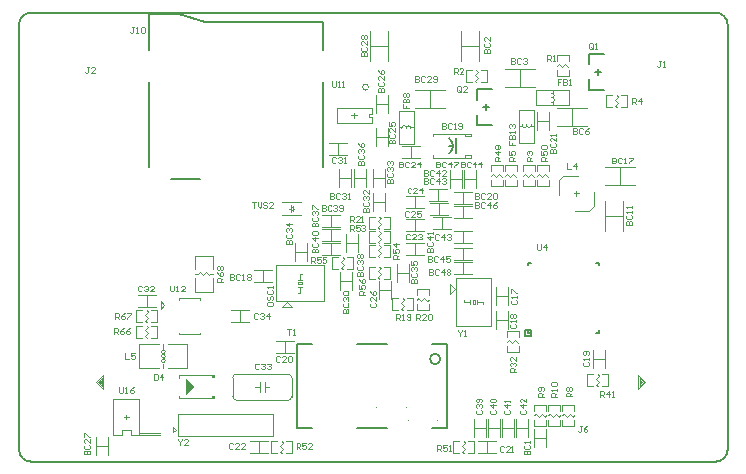
<source format=gto>
G04*
G04 #@! TF.GenerationSoftware,Altium Limited,Altium Designer,20.0.2 (26)*
G04*
G04 Layer_Color=65535*
%FSLAX44Y44*%
%MOMM*%
G71*
G01*
G75*
%ADD10C,0.1250*%
%ADD11C,0.2000*%
%ADD12C,0.1200*%
%ADD13C,0.1270*%
%ADD14C,0.1524*%
%ADD15C,0.2032*%
%ADD16C,0.1000*%
%ADD17C,0.0254*%
G36*
X-158250Y-133654D02*
X-151313Y-126717D01*
X-158250Y-119779D01*
Y-133654D01*
D02*
G37*
D10*
X126191Y95272D02*
G03*
X130000Y95269I1904J-637D01*
G01*
X130001Y95272D02*
G03*
X133810Y95269I1904J-637D01*
G01*
X-176204Y-97190D02*
G03*
X-176204Y-97190I-1796J0D01*
G01*
Y-101000D02*
G03*
X-176204Y-101000I-1796J0D01*
G01*
Y-104810D02*
G03*
X-176204Y-104810I-1796J0D01*
G01*
X31809Y91728D02*
G03*
X28000Y91731I-1904J637D01*
G01*
X27999Y91728D02*
G03*
X24190Y91731I-1904J637D01*
G01*
X150728Y118001D02*
G03*
X150731Y121810I637J1904D01*
G01*
X150728Y114191D02*
G03*
X150731Y118000I637J1904D01*
G01*
X-4000Y127000D02*
G03*
X-4000Y127000I-2500J0D01*
G01*
X146350Y-170000D02*
Y-162380D01*
X136190Y-170000D02*
X146350D01*
X136190D02*
Y-162380D01*
X146350Y-177620D02*
Y-170000D01*
X136190D02*
X146350D01*
X136190Y-177620D02*
Y-170000D01*
X188730Y-124810D02*
X190000Y-126080D01*
X188730Y-124810D02*
X191270Y-122270D01*
X188730Y-119730D02*
X191270Y-122270D01*
X188730Y-119730D02*
X191270Y-117190D01*
X190000Y-115920D02*
X191270Y-117190D01*
X193810Y-126080D02*
X198890D01*
Y-115920D01*
X193810D02*
X198890D01*
X181110Y-126080D02*
X186190D01*
X181110D02*
Y-115920D01*
X186190D01*
X76000Y-31080D02*
X83620D01*
X76000D02*
Y-20920D01*
X83620D01*
X68380Y-31080D02*
X76000D01*
Y-20920D01*
X68380D02*
X76000D01*
X-191750Y-74920D02*
X-190480Y-76190D01*
X-193020Y-78730D02*
X-190480Y-76190D01*
X-193020Y-78730D02*
X-190480Y-81270D01*
X-193020Y-83810D02*
X-190480Y-81270D01*
X-193020Y-83810D02*
X-191750Y-85080D01*
X-200640Y-74920D02*
X-195560D01*
X-200640Y-85080D02*
Y-74920D01*
Y-85080D02*
X-195560D01*
X-187940Y-74920D02*
X-182860D01*
Y-85080D02*
Y-74920D01*
X-187940Y-85080D02*
X-182860D01*
X-80Y42380D02*
Y50000D01*
X10080D01*
Y42380D02*
Y50000D01*
X-80D02*
Y57620D01*
Y50000D02*
X10080D01*
Y57620D01*
X19920Y-37620D02*
Y-30000D01*
X30080D01*
Y-37620D02*
Y-30000D01*
X19920D02*
Y-22380D01*
Y-30000D02*
X30080D01*
Y-22380D01*
X-55920Y-13000D02*
Y-5380D01*
X-66080Y-13000D02*
X-55920D01*
X-66080D02*
Y-5380D01*
X-55920Y-20620D02*
Y-13000D01*
X-66080D02*
X-55920D01*
X-66080Y-20620D02*
Y-13000D01*
X-28080Y-44620D02*
Y-37000D01*
X-17920D01*
Y-44620D02*
Y-37000D01*
X-28080D02*
Y-29380D01*
Y-37000D02*
X-17920D01*
Y-29380D01*
X-16080Y42380D02*
Y50000D01*
X-5920D01*
Y42380D02*
Y50000D01*
X-16080D02*
Y57620D01*
Y50000D02*
X-5920D01*
Y57620D01*
X-29080Y42380D02*
Y50000D01*
X-18920D01*
Y42380D02*
Y50000D01*
X-29080D02*
Y57620D01*
Y50000D02*
X-18920D01*
Y57620D01*
X10080Y30000D02*
Y37620D01*
X-80Y30000D02*
X10080D01*
X-80D02*
Y37620D01*
X10080Y22380D02*
Y30000D01*
X-80D02*
X10080D01*
X-80Y22380D02*
Y30000D01*
X-23080Y-12620D02*
Y-5000D01*
X-12920D01*
Y-12620D02*
Y-5000D01*
X-23080D02*
Y2620D01*
Y-5000D02*
X-12920D01*
Y2620D01*
X-43620Y19080D02*
X-36000D01*
Y8920D02*
Y19080D01*
X-43620Y8920D02*
X-36000D01*
Y19080D02*
X-28380D01*
X-36000Y8920D02*
Y19080D01*
Y8920D02*
X-28380D01*
X-43620Y-4920D02*
X-36000D01*
Y-15080D02*
Y-4920D01*
X-43620Y-15080D02*
X-36000D01*
Y-4920D02*
X-28380D01*
X-36000Y-15080D02*
Y-4920D01*
Y-15080D02*
X-28380D01*
X-43620Y7080D02*
X-36000D01*
Y-3080D02*
Y7080D01*
X-43620Y-3080D02*
X-36000D01*
Y7080D02*
X-28380D01*
X-36000Y-3080D02*
Y7080D01*
Y-3080D02*
X-28380D01*
X47380Y41080D02*
X55000D01*
Y30920D02*
Y41080D01*
X47380Y30920D02*
X55000D01*
Y41080D02*
X62620D01*
X55000Y30920D02*
Y41080D01*
Y30920D02*
X62620D01*
X76000Y15920D02*
X83620D01*
X76000D02*
Y26080D01*
X83620D01*
X68380Y15920D02*
X76000D01*
Y26080D01*
X68380D02*
X76000D01*
X76920Y41380D02*
Y49000D01*
X87080D01*
Y41380D02*
Y49000D01*
X76920D02*
Y56620D01*
Y49000D02*
X87080D01*
Y56620D01*
X50380Y17080D02*
X58000D01*
Y6920D02*
Y17080D01*
X50380Y6920D02*
X58000D01*
Y17080D02*
X65620D01*
X58000Y6920D02*
Y17080D01*
Y6920D02*
X65620D01*
X47755Y29080D02*
X55375D01*
Y18920D02*
Y29080D01*
X47755Y18920D02*
X55375D01*
Y29080D02*
X62995D01*
X55375Y18920D02*
Y29080D01*
Y18920D02*
X62995D01*
X64920Y41380D02*
Y49000D01*
X75080D01*
Y41380D02*
Y49000D01*
X64920D02*
Y56620D01*
Y49000D02*
X75080D01*
Y56620D01*
X136350Y80030D02*
Y104160D01*
X123650Y80030D02*
X136350D01*
X123650D02*
Y107970D01*
X136350D01*
Y104160D02*
Y107970D01*
X124000Y94000D02*
X126190D01*
X133810D02*
X136000D01*
X76000Y-19080D02*
X83620D01*
X76000D02*
Y-8920D01*
X83620D01*
X68380Y-19080D02*
X76000D01*
Y-8920D01*
X68380D02*
X76000D01*
X4420Y-52350D02*
Y-44730D01*
X14580D01*
Y-52350D02*
Y-44730D01*
X4420D02*
Y-37110D01*
Y-44730D02*
X14580D01*
Y-37110D01*
X-3890Y-24920D02*
X1190D01*
X-3890Y-35080D02*
Y-24920D01*
Y-35080D02*
X1190D01*
X8810Y-24920D02*
X13890D01*
Y-35080D02*
Y-24920D01*
X8810Y-35080D02*
X13890D01*
X5000Y-24920D02*
X6270Y-26190D01*
X3730Y-28730D02*
X6270Y-26190D01*
X3730Y-28730D02*
X6270Y-31270D01*
X3730Y-33810D02*
X6270Y-31270D01*
X3730Y-33810D02*
X5000Y-35080D01*
X-93000Y-38080D02*
X-85380D01*
X-93000D02*
Y-27920D01*
X-85380D01*
X-100620Y-38080D02*
X-93000D01*
Y-27920D01*
X-100620D02*
X-93000D01*
X28810Y-62080D02*
X33890D01*
Y-51920D01*
X28810D02*
X33890D01*
X16110Y-62080D02*
X21190D01*
X16110D02*
Y-51920D01*
X21190D01*
X23730Y-60810D02*
X25000Y-62080D01*
X23730Y-60810D02*
X26270Y-58270D01*
X23730Y-55730D02*
X26270Y-58270D01*
X23730Y-55730D02*
X26270Y-53190D01*
X25000Y-51920D02*
X26270Y-53190D01*
X36920Y-61890D02*
Y-56810D01*
Y-61890D02*
X47080D01*
Y-56810D01*
X36920Y-49190D02*
Y-44110D01*
X47080D01*
Y-49190D02*
Y-44110D01*
X36920Y-53000D02*
X38190Y-51730D01*
X40730Y-54270D01*
X43270Y-51730D01*
X45810Y-54270D01*
X47080Y-53000D01*
X76000Y-5080D02*
X83620D01*
X76000D02*
Y5080D01*
X83620D01*
X68380Y-5080D02*
X76000D01*
Y5080D01*
X68380D02*
X76000D01*
X8810Y6920D02*
X13890D01*
Y17080D01*
X8810D02*
X13890D01*
X-3890Y6920D02*
X1190D01*
X-3890D02*
Y17080D01*
X1190D01*
X3730Y8190D02*
X5000Y6920D01*
X3730Y8190D02*
X6270Y10730D01*
X3730Y13270D02*
X6270Y10730D01*
X3730Y13270D02*
X6270Y15810D01*
X5000Y17080D02*
X6270Y15810D01*
X131160Y-162000D02*
Y-154380D01*
X121000Y-162000D02*
X131160D01*
X121000D02*
Y-154380D01*
X131160Y-169620D02*
Y-162000D01*
X121000D02*
X131160D01*
X121000Y-169620D02*
Y-162000D01*
X119160D02*
Y-154380D01*
X109000Y-162000D02*
X119160D01*
X109000D02*
Y-154380D01*
X119160Y-169620D02*
Y-162000D01*
X109000D02*
X119160D01*
X109000Y-169620D02*
Y-162000D01*
X107160D02*
Y-154380D01*
X97000Y-162000D02*
X107160D01*
X97000D02*
Y-154380D01*
X107160Y-169620D02*
Y-162000D01*
X97000D02*
X107160D01*
X97000Y-169620D02*
Y-162000D01*
X95160D02*
Y-154380D01*
X85000Y-162000D02*
X95160D01*
X85000D02*
Y-154380D01*
X95160Y-169620D02*
Y-162000D01*
X85000D02*
X95160D01*
X85000Y-169620D02*
Y-162000D01*
X-165000Y-150000D02*
X-85000D01*
Y-168000D02*
Y-150000D01*
X-165000Y-168000D02*
X-85000D01*
X-165000D02*
Y-150000D01*
X-170000Y-161000D02*
X-167000Y-163000D01*
X-170000Y-165000D02*
Y-161000D01*
Y-165000D02*
X-167000Y-163000D01*
X68380Y38080D02*
X76000D01*
Y27920D02*
Y38080D01*
X68380Y27920D02*
X76000D01*
Y38080D02*
X83620D01*
X76000Y27920D02*
Y38080D01*
Y27920D02*
X83620D01*
X5000Y5080D02*
X6270Y3810D01*
X3730Y1270D02*
X6270Y3810D01*
X3730Y1270D02*
X6270Y-1270D01*
X3730Y-3810D02*
X6270Y-1270D01*
X3730Y-3810D02*
X5000Y-5080D01*
X-3890Y5080D02*
X1190D01*
X-3890Y-5080D02*
Y5080D01*
Y-5080D02*
X1190D01*
X8810Y5080D02*
X13890D01*
Y-5080D02*
Y5080D01*
X8810Y-5080D02*
X13890D01*
X5000Y-6920D02*
X6270Y-8190D01*
X3730Y-10730D02*
X6270Y-8190D01*
X3730Y-10730D02*
X6270Y-13270D01*
X3730Y-15810D02*
X6270Y-13270D01*
X3730Y-15810D02*
X5000Y-17080D01*
X-3890Y-6920D02*
X1190D01*
X-3890Y-17080D02*
Y-6920D01*
Y-17080D02*
X1190D01*
X8810Y-6920D02*
X13890D01*
Y-17080D02*
Y-6920D01*
X8810Y-17080D02*
X13890D01*
X-22190Y-27080D02*
X-17110D01*
Y-16920D01*
X-22190D02*
X-17110D01*
X-34890Y-27080D02*
X-29810D01*
X-34890D02*
Y-16920D01*
X-29810D01*
X-27270Y-25810D02*
X-26000Y-27080D01*
X-27270Y-25810D02*
X-24730Y-23270D01*
X-27270Y-20730D02*
X-24730Y-23270D01*
X-27270Y-20730D02*
X-24730Y-18190D01*
X-26000Y-16920D02*
X-24730Y-18190D01*
X35000Y4920D02*
X42620D01*
X35000D02*
Y15080D01*
X42620D01*
X27380Y4920D02*
X35000D01*
Y15080D01*
X27380D02*
X35000D01*
Y24920D02*
X42620D01*
X35000D02*
Y35080D01*
X42620D01*
X27380Y24920D02*
X35000D01*
Y35080D01*
X27380D02*
X35000D01*
X12080Y85000D02*
Y92620D01*
X1920Y85000D02*
X12080D01*
X1920D02*
Y92620D01*
X12080Y77380D02*
Y85000D01*
X1920D02*
X12080D01*
X1920Y77380D02*
Y85000D01*
X-199523Y-48786D02*
X-191903D01*
Y-58946D02*
Y-48786D01*
X-199523Y-58946D02*
X-191903D01*
Y-48786D02*
X-184283D01*
X-191903Y-58946D02*
Y-48786D01*
Y-58946D02*
X-184283D01*
X-120620Y-61920D02*
X-113000D01*
Y-72080D02*
Y-61920D01*
X-120620Y-72080D02*
X-113000D01*
Y-61920D02*
X-105380D01*
X-113000Y-72080D02*
Y-61920D01*
Y-72080D02*
X-105380D01*
X-174190Y-90840D02*
X-157680D01*
Y-111160D02*
Y-90840D01*
X-174190Y-111160D02*
X-157680D01*
X-198320D02*
X-181810D01*
X-198320D02*
Y-90840D01*
X-181810D01*
X-178000Y-111160D02*
Y-107350D01*
Y-94650D02*
Y-90840D01*
X-200640Y-61920D02*
X-195560D01*
X-200640Y-72080D02*
Y-61920D01*
Y-72080D02*
X-195560D01*
X-187940Y-61920D02*
X-182860D01*
Y-72080D02*
Y-61920D01*
X-187940Y-72080D02*
X-182860D01*
X-191750Y-61920D02*
X-190480Y-63190D01*
X-193020Y-65730D02*
X-190480Y-63190D01*
X-193020Y-65730D02*
X-190480Y-68270D01*
X-193020Y-70810D02*
X-190480Y-68270D01*
X-193020Y-70810D02*
X-191750Y-72080D01*
X-164890Y-53030D02*
Y-51760D01*
X-147110D01*
Y-53030D02*
Y-51760D01*
X-164890Y-82240D02*
Y-80970D01*
Y-82240D02*
X-147110D01*
Y-80970D01*
X-180000Y-60500D02*
X-177000Y-57500D01*
X-180000Y-60500D02*
Y-54500D01*
X-177000Y-57500D01*
X211430Y5570D02*
Y30970D01*
X196190Y5570D02*
Y30970D01*
Y18270D02*
X211430D01*
X155300Y94380D02*
X180700D01*
X155300Y109620D02*
X180700D01*
X168000Y94380D02*
Y109620D01*
X196300Y43746D02*
X221700D01*
X196300Y58986D02*
X221700D01*
X209000Y43746D02*
Y58986D01*
X-75000Y-98080D02*
X-67380D01*
X-75000D02*
Y-87920D01*
X-67380D01*
X-82620Y-98080D02*
X-75000D01*
Y-87920D01*
X-82620D02*
X-75000D01*
X89350Y148800D02*
Y174200D01*
X74110Y148800D02*
Y174200D01*
Y161500D02*
X89350D01*
X149080Y98000D02*
Y105620D01*
X138920Y98000D02*
X149080D01*
X138920D02*
Y105620D01*
X149080Y90380D02*
Y98000D01*
X138920D02*
X149080D01*
X138920Y90380D02*
Y98000D01*
X35000Y-15080D02*
X42620D01*
X35000D02*
Y-4920D01*
X42620D01*
X27380Y-15080D02*
X35000D01*
Y-4920D01*
X27380D02*
X35000D01*
X75183Y-181810D02*
X76453Y-183080D01*
X75183Y-181810D02*
X77723Y-179270D01*
X75183Y-176730D02*
X77723Y-179270D01*
X75183Y-176730D02*
X77723Y-174190D01*
X76453Y-172920D02*
X77723Y-174190D01*
X80263Y-183080D02*
X85343D01*
Y-172920D01*
X80263D02*
X85343D01*
X67563Y-183080D02*
X72643D01*
X67563D02*
Y-172920D01*
X72643D01*
X88380D02*
X96000D01*
Y-183080D02*
Y-172920D01*
X88380Y-183080D02*
X96000D01*
Y-172920D02*
X103620D01*
X96000Y-183080D02*
Y-172920D01*
Y-183080D02*
X103620D01*
X-77553Y-172920D02*
X-76283Y-174190D01*
X-78823Y-176730D02*
X-76283Y-174190D01*
X-78823Y-176730D02*
X-76283Y-179270D01*
X-78823Y-181810D02*
X-76283Y-179270D01*
X-78823Y-181810D02*
X-77553Y-183080D01*
X-86443Y-172920D02*
X-81363D01*
X-86443Y-183080D02*
Y-172920D01*
Y-183080D02*
X-81363D01*
X-73743Y-172920D02*
X-68663D01*
Y-183080D02*
Y-172920D01*
X-73743Y-183080D02*
X-68663D01*
X-97000D02*
X-89380D01*
X-97000D02*
Y-172920D01*
X-89380D01*
X-104620Y-183080D02*
X-97000D01*
Y-172920D01*
X-104620D02*
X-97000D01*
X149080Y55810D02*
Y60890D01*
X138920D02*
X149080D01*
X138920Y55810D02*
Y60890D01*
X149080Y43110D02*
Y48190D01*
X138920Y43110D02*
X149080D01*
X138920D02*
Y48190D01*
X147810Y50730D02*
X149080Y52000D01*
X145270Y53270D02*
X147810Y50730D01*
X142730D02*
X145270Y53270D01*
X140190D02*
X142730Y50730D01*
X138920Y52000D02*
X140190Y53270D01*
X99920Y43110D02*
Y48190D01*
Y43110D02*
X110080D01*
Y48190D01*
X99920Y55810D02*
Y60890D01*
X110080D01*
Y55810D02*
Y60890D01*
X99920Y52000D02*
X101190Y53270D01*
X103730Y50730D01*
X106270Y53270D01*
X108810Y50730D01*
X110080Y52000D01*
X123436Y-84684D02*
Y-79604D01*
X113276D02*
X123436D01*
X113276Y-84684D02*
Y-79604D01*
X123436Y-97384D02*
Y-92304D01*
X113276Y-97384D02*
X123436D01*
X113276D02*
Y-92304D01*
X122166Y-89764D02*
X123436Y-88494D01*
X119626Y-87224D02*
X122166Y-89764D01*
X117086D02*
X119626Y-87224D01*
X114546D02*
X117086Y-89764D01*
X113276Y-88494D02*
X114546Y-87224D01*
X111920Y43110D02*
Y48190D01*
Y43110D02*
X122080D01*
Y48190D01*
X111920Y55810D02*
Y60890D01*
X122080D01*
Y55810D02*
Y60890D01*
X111920Y52000D02*
X113190Y53270D01*
X115730Y50730D01*
X118270Y53270D01*
X120810Y50730D01*
X122080Y52000D01*
X126920Y43110D02*
Y48190D01*
Y43110D02*
X137080D01*
Y48190D01*
X126920Y55810D02*
Y60890D01*
X137080D01*
Y55810D02*
Y60890D01*
X126920Y52000D02*
X128190Y53270D01*
X130730Y50730D01*
X133270Y53270D01*
X135810Y50730D01*
X137080Y52000D01*
X114080Y-70000D02*
Y-62380D01*
X103920Y-70000D02*
X114080D01*
X103920D02*
Y-62380D01*
X114080Y-77620D02*
Y-70000D01*
X103920D02*
X114080D01*
X103920Y-77620D02*
Y-70000D01*
Y-57620D02*
Y-50000D01*
X114080D01*
Y-57620D02*
Y-50000D01*
X103920D02*
Y-42380D01*
Y-50000D02*
X114080D01*
Y-42380D01*
X-235080Y-184620D02*
Y-177000D01*
X-224920D01*
Y-184620D02*
Y-177000D01*
X-235080D02*
Y-169380D01*
Y-177000D02*
X-224920D01*
Y-169380D01*
X-68000Y24000D02*
X-67000D01*
X-71000Y24033D02*
X-70000D01*
Y21000D02*
Y27000D01*
X-77000Y18500D02*
X-61000D01*
X-77000Y29500D02*
X-61000D01*
X-70270Y24000D02*
X-68000Y21730D01*
X-70270Y24000D02*
X-68000Y26270D01*
Y21730D02*
Y26270D01*
X196508Y-102920D02*
Y-95300D01*
X186348Y-102920D02*
X196508D01*
X186348D02*
Y-95300D01*
X196508Y-110540D02*
Y-102920D01*
X186348D02*
X196508D01*
X186348Y-110540D02*
Y-102920D01*
X206000Y120080D02*
X207270Y118810D01*
X204730Y116270D02*
X207270Y118810D01*
X204730Y116270D02*
X207270Y113730D01*
X204730Y111190D02*
X207270Y113730D01*
X204730Y111190D02*
X206000Y109920D01*
X197110Y120080D02*
X202190D01*
X197110Y109920D02*
Y120080D01*
Y109920D02*
X202190D01*
X209810Y120080D02*
X214890D01*
Y109920D02*
Y120080D01*
X209810Y109920D02*
X214890D01*
X21650Y82840D02*
Y106970D01*
X34350D01*
Y79030D02*
Y106970D01*
X21650Y79030D02*
X34350D01*
X21650D02*
Y82840D01*
X31810Y93000D02*
X34000D01*
X22000D02*
X24190D01*
X160190Y-159620D02*
Y-154540D01*
Y-159620D02*
X170350D01*
Y-154540D01*
X160190Y-146920D02*
Y-141840D01*
X170350D01*
Y-146920D02*
Y-141840D01*
X160190Y-150730D02*
X161460Y-149460D01*
X164000Y-152000D01*
X166540Y-149460D01*
X169080Y-152000D01*
X170350Y-150730D01*
X148190Y-159620D02*
Y-154540D01*
Y-159620D02*
X158350D01*
Y-154540D01*
X148190Y-146920D02*
Y-141840D01*
X158350D01*
Y-146920D02*
Y-141840D01*
X148190Y-150730D02*
X149460Y-149460D01*
X152000Y-152000D01*
X154540Y-149460D01*
X157080Y-152000D01*
X158350Y-150730D01*
X136190Y-159620D02*
Y-154540D01*
Y-159620D02*
X146350D01*
Y-154540D01*
X136190Y-146920D02*
Y-141840D01*
X146350D01*
Y-146920D02*
Y-141840D01*
X136190Y-150730D02*
X137460Y-149460D01*
X140000Y-152000D01*
X142540Y-149460D01*
X145080Y-152000D01*
X146350Y-150730D01*
X32000Y66920D02*
X39620D01*
X32000D02*
Y77080D01*
X39620D01*
X24380Y66920D02*
X32000D01*
Y77080D01*
X24380D02*
X32000D01*
X12080Y113000D02*
Y120620D01*
X1920Y113000D02*
X12080D01*
X1920D02*
Y120620D01*
X12080Y105380D02*
Y113000D01*
X1920D02*
X12080D01*
X1920Y105380D02*
Y113000D01*
X90810Y130920D02*
X95890D01*
Y141080D01*
X90810D02*
X95890D01*
X78110Y130920D02*
X83190D01*
X78110D02*
Y141080D01*
X83190D01*
X85730Y132190D02*
X87000Y130920D01*
X85730Y132190D02*
X88270Y134730D01*
X85730Y137270D02*
X88270Y134730D01*
X85730Y137270D02*
X88270Y139810D01*
X87000Y141080D02*
X88270Y139810D01*
X166080Y148810D02*
Y153890D01*
X155920D02*
X166080D01*
X155920Y148810D02*
Y153890D01*
X166080Y136110D02*
Y141190D01*
X155920Y136110D02*
X166080D01*
X155920D02*
Y141190D01*
X164810Y143730D02*
X166080Y145000D01*
X162270Y146270D02*
X164810Y143730D01*
X159730D02*
X162270Y146270D01*
X157190D02*
X159730Y143730D01*
X155920Y145000D02*
X157190Y146270D01*
X35300Y124620D02*
X60700D01*
X35300Y109380D02*
X60700D01*
X48000D02*
Y124620D01*
X82962Y85271D02*
Y87270D01*
X50963D02*
X82962D01*
X50963Y85271D02*
Y87270D01*
Y67270D02*
Y69269D01*
Y67270D02*
X82962D01*
Y69269D01*
X77963Y85271D02*
X82962D01*
X77963D02*
Y87270D01*
X82962D01*
Y85271D02*
Y87270D01*
X77963Y67270D02*
X82962D01*
X77963D02*
Y69269D01*
X82962D01*
Y67270D02*
Y69269D01*
X124000Y127380D02*
Y142620D01*
X111300D02*
X136700D01*
X111300Y127380D02*
X136700D01*
X-136750Y-118717D02*
X-134500D01*
X-136750Y-134717D02*
X-134500D01*
X-135500Y-136217D02*
Y-134717D01*
X-135500Y-118717D02*
X-135500Y-116967D01*
X-164500Y-136467D02*
X-134500D01*
X-164500Y-116967D02*
X-134500D01*
Y-118717D02*
Y-116967D01*
Y-136467D02*
Y-134717D01*
X-136750Y-118717D02*
X-136750Y-116967D01*
Y-136217D02*
Y-134717D01*
X-164500Y-118967D02*
Y-116967D01*
Y-136467D02*
Y-134467D01*
X12620Y148800D02*
Y174200D01*
X-2620Y148800D02*
Y174200D01*
Y161500D02*
X12620D01*
X-135380Y-27190D02*
Y-15760D01*
X-150620D02*
X-135380D01*
X-150620Y-27190D02*
Y-15760D01*
X-135380Y-46240D02*
Y-34810D01*
X-150620Y-46240D02*
X-135380D01*
X-150620D02*
Y-34810D01*
X-137920Y-31000D02*
X-135380D01*
X-139190Y-32270D02*
X-137920Y-31000D01*
X-141730Y-29730D02*
X-139190Y-32270D01*
X-144270D02*
X-141730Y-29730D01*
X-146810D02*
X-144270Y-32270D01*
X-148080Y-31000D02*
X-146810Y-29730D01*
X-150620Y-31000D02*
X-148080D01*
X152000Y121810D02*
Y124000D01*
Y112000D02*
Y114190D01*
X138030Y124350D02*
X141840D01*
X138030Y111650D02*
Y124350D01*
Y111650D02*
X165970D01*
Y124350D01*
X141840D02*
X165970D01*
X-1500Y104250D02*
Y109000D01*
X-3313Y104250D02*
X-1500D01*
X-3313Y101750D02*
Y104250D01*
Y101750D02*
X-1500D01*
Y97000D02*
Y101750D01*
X-30500Y97000D02*
X-1500D01*
X-30500D02*
Y109000D01*
X-1500D01*
X-18500Y103000D02*
X-13500D01*
X-16000Y100500D02*
Y105500D01*
X-30000Y69920D02*
X-22380D01*
X-30000D02*
Y80080D01*
X-22380D01*
X-37620Y69920D02*
X-30000D01*
Y80080D01*
X-37620D02*
X-30000D01*
D11*
X289941Y-190000D02*
G03*
X299941Y-180000I0J10000D01*
G01*
Y180000D02*
G03*
X289941Y190000I-10000J0D01*
G01*
X-300000Y-180000D02*
G03*
X-290000Y-190000I10000J0D01*
G01*
Y190000D02*
G03*
X-300000Y180000I0J-10000D01*
G01*
Y-180000D02*
Y180000D01*
X-290000Y-190000D02*
X289941Y-190000D01*
X300000Y-180000D02*
Y180000D01*
X-290000Y190000D02*
X289941Y190000D01*
X128428Y-78994D02*
X133178D01*
Y-83744D02*
Y-78994D01*
X130678Y-81495D02*
X133178D01*
X188178D02*
X190678D01*
Y-78994D01*
Y-23995D02*
Y-21495D01*
X188178D02*
X190678D01*
X130678Y-23995D02*
Y-21495D01*
X133178D01*
X130678Y-81495D02*
Y-78994D01*
X128428Y-83744D02*
Y-78994D01*
Y-83744D02*
X133178D01*
X-290000Y190000D02*
G03*
X-300000Y180000I0J-10000D01*
G01*
Y-180000D02*
G03*
X-290000Y-190000I10000J0D01*
G01*
X299941Y180000D02*
G03*
X289941Y190000I-10000J0D01*
G01*
Y-190000D02*
G03*
X299941Y-180000I0J10000D01*
G01*
X-290000Y190000D02*
X289941Y190000D01*
X-290000Y-190000D02*
X289941Y-190000D01*
X-300000Y-180000D02*
Y180000D01*
X300000Y-180000D02*
Y180000D01*
D12*
X-119000Y-135000D02*
G03*
X-116000Y-138000I3000J0D01*
G01*
X-72000D02*
G03*
X-69000Y-135000I0J3000D01*
G01*
Y-119000D02*
G03*
X-72000Y-116000I-3000J0D01*
G01*
X-116000D02*
G03*
X-119000Y-119000I0J-3000D01*
G01*
X-82000Y-24000D02*
X-42000D01*
Y-54000D02*
Y-24000D01*
X-82000Y-54000D02*
X-42000D01*
X-82000D02*
Y-24000D01*
X-64000Y-42000D02*
X-60000D01*
X-64000Y-40000D02*
X-60000D01*
Y-38000D01*
X-64000D02*
X-60000D01*
X-64000Y-40000D02*
Y-38000D01*
Y-36000D02*
X-60000D01*
X-77000Y-59000D02*
X-73000Y-55000D01*
X-77000Y-59000D02*
X-69000D01*
X-73000Y-55000D02*
X-69000Y-59000D01*
X-62000Y-47000D02*
Y-42000D01*
X-64000Y-47000D02*
X-62000D01*
Y-36000D02*
Y-31000D01*
X-60000D01*
X-82000Y-24000D02*
X-42000D01*
Y-54000D02*
Y-24000D01*
X-82000Y-54000D02*
X-42000D01*
X-82000D02*
Y-24000D01*
X-198250Y-166250D02*
X-180250D01*
X-198250Y-167250D02*
X-180250D01*
X-220000D02*
Y-137250D01*
X-198250D01*
Y-167250D02*
Y-137250D01*
X-205000Y-167250D02*
X-198250D01*
X-205000D02*
Y-163250D01*
X-213000D02*
X-205000D01*
X-213000Y-167250D02*
Y-163250D01*
X-220000Y-167250D02*
X-213000D01*
X-211000Y-152250D02*
X-207000D01*
X-209000Y-154250D02*
Y-150250D01*
X-100000Y-127000D02*
X-96000D01*
X-92000D02*
X-88000D01*
X-92000Y-131000D02*
Y-123000D01*
X-96000Y-131000D02*
Y-123000D01*
X-119000Y-135000D02*
Y-119000D01*
X-116000Y-138000D02*
X-72000D01*
X-69000Y-135000D02*
Y-119000D01*
X-116000Y-116000D02*
X-72000D01*
X187000Y38000D02*
X187000Y26750D01*
X182250Y22000D02*
X187000Y26750D01*
X170750Y22000D02*
X182250Y22000D01*
X172000Y35000D02*
Y39000D01*
X170000Y37000D02*
X174000D01*
X157000Y36000D02*
Y48000D01*
X161000Y52000D02*
X173000D01*
X157000Y48000D02*
X161000Y52000D01*
X100000Y-75000D02*
Y-35000D01*
X70000Y-75000D02*
X100000D01*
X70000D02*
Y-35000D01*
X100000D01*
X82000Y-57000D02*
Y-53000D01*
X84000Y-57000D02*
Y-53000D01*
Y-57000D02*
X86000D01*
Y-53000D01*
X84000D02*
X86000D01*
X88000Y-57000D02*
Y-53000D01*
X65000Y-40000D02*
X69000Y-44000D01*
X65000Y-48000D02*
Y-40000D01*
Y-48000D02*
X69000Y-44000D01*
X77000Y-55000D02*
X82000D01*
X77000D02*
Y-53000D01*
X88000Y-55000D02*
X93000D01*
Y-57000D02*
Y-55000D01*
X100000Y-75000D02*
Y-35000D01*
X70000Y-75000D02*
X100000D01*
X70000D02*
Y-35000D01*
X100000D01*
X225450Y-126250D02*
Y-119250D01*
X224450Y-128750D02*
Y-116750D01*
X226450Y-123750D02*
Y-121750D01*
X227450Y-122750D01*
X226450Y-123750D02*
X227450Y-122750D01*
X225450Y-119250D02*
X228950Y-122750D01*
X225450Y-126250D02*
X228950Y-122750D01*
X224450Y-116750D02*
X230450Y-122750D01*
X224450Y-128750D02*
X230450Y-122750D01*
X-234950Y-122500D02*
X-228950Y-116500D01*
Y-128500D02*
Y-116500D01*
X-234950Y-122500D02*
X-228950Y-128500D01*
X-233450Y-122500D02*
X-229950Y-119000D01*
Y-126000D02*
Y-119000D01*
X-233450Y-122500D02*
X-229950Y-126000D01*
X-231950Y-122500D02*
X-230950Y-121500D01*
Y-123500D02*
Y-121500D01*
X-231950Y-122500D02*
X-230950Y-123500D01*
D13*
X56726Y-103140D02*
G03*
X56726Y-103140I-4387J0D01*
G01*
X-42629Y59448D02*
Y131448D01*
Y158448D02*
Y182188D01*
X-142629D02*
X-42629D01*
X-164629Y189188D02*
X-142629Y182188D01*
X-189629Y189188D02*
X-164629D01*
X-189629Y158448D02*
Y189188D01*
Y59448D02*
Y131448D01*
X-171353Y48951D02*
X-146883D01*
X-171353D02*
Y49471D01*
X-146883D01*
Y48951D02*
Y49471D01*
D14*
X64256Y70762D02*
G03*
X64137Y83665I-4789J6408D01*
G01*
X64212Y77170D02*
X66830D01*
X69624Y70820D02*
Y83520D01*
D15*
X95076Y107447D02*
Y112451D01*
X87456Y94709D02*
Y103599D01*
Y116299D02*
Y125189D01*
X92574Y109949D02*
X97578D01*
X87456Y94709D02*
X100156D01*
X87456Y125189D02*
X100156D01*
X190076Y137447D02*
Y142451D01*
X182456Y124709D02*
Y133599D01*
Y146299D02*
Y155189D01*
X187574Y139949D02*
X192578D01*
X182456Y124709D02*
X195156D01*
X182456Y155189D02*
X195156D01*
X62500Y-161550D02*
Y-90450D01*
X-13700Y-90440D02*
X11700D01*
X-64500Y-161550D02*
Y-90450D01*
X-13700Y-161560D02*
X11700D01*
X49800D02*
X62500Y-161550D01*
X-64500D02*
X-51800Y-161560D01*
X49800Y-90440D02*
X62500Y-90450D01*
X-64500D02*
X-51800Y-90440D01*
D16*
X115002Y81332D02*
Y78000D01*
X117501D01*
Y79666D01*
Y78000D01*
X120000D01*
X115002Y82998D02*
X120000D01*
Y85498D01*
X119167Y86331D01*
X118334D01*
X117501Y85498D01*
Y82998D01*
Y85498D01*
X116668Y86331D01*
X115835D01*
X115002Y85498D01*
Y82998D01*
X120000Y87997D02*
Y89663D01*
Y88830D01*
X115002D01*
X115835Y87997D01*
Y92162D02*
X115002Y92995D01*
Y94661D01*
X115835Y95494D01*
X116668D01*
X117501Y94661D01*
Y93828D01*
Y94661D01*
X118334Y95494D01*
X119167D01*
X120000Y94661D01*
Y92995D01*
X119167Y92162D01*
X55874Y1598D02*
X55041Y2431D01*
X53375D01*
X52542Y1598D01*
Y-1734D01*
X53375Y-2567D01*
X55041D01*
X55874Y-1734D01*
X60040Y-2567D02*
Y2431D01*
X57540Y-68D01*
X60873D01*
X62539Y1598D02*
X63372Y2431D01*
X65038D01*
X65871Y1598D01*
Y765D01*
X65038Y-68D01*
X64205D01*
X65038D01*
X65871Y-901D01*
Y-1734D01*
X65038Y-2567D01*
X63372D01*
X62539Y-1734D01*
X47000Y-27002D02*
Y-32000D01*
X49499D01*
X50332Y-31167D01*
Y-30334D01*
X49499Y-29501D01*
X47000D01*
X49499D01*
X50332Y-28668D01*
Y-27835D01*
X49499Y-27002D01*
X47000D01*
X55331Y-27835D02*
X54498Y-27002D01*
X52831D01*
X51998Y-27835D01*
Y-31167D01*
X52831Y-32000D01*
X54498D01*
X55331Y-31167D01*
X59496Y-32000D02*
Y-27002D01*
X56997Y-29501D01*
X60329D01*
X61995Y-27835D02*
X62828Y-27002D01*
X64494D01*
X65327Y-27835D01*
Y-28668D01*
X64494Y-29501D01*
X65327Y-30334D01*
Y-31167D01*
X64494Y-32000D01*
X62828D01*
X61995Y-31167D01*
Y-30334D01*
X62828Y-29501D01*
X61995Y-28668D01*
Y-27835D01*
X62828Y-29501D02*
X64494D01*
X53000Y63998D02*
Y59000D01*
X55499D01*
X56332Y59833D01*
Y60666D01*
X55499Y61499D01*
X53000D01*
X55499D01*
X56332Y62332D01*
Y63165D01*
X55499Y63998D01*
X53000D01*
X61331Y63165D02*
X60497Y63998D01*
X58831D01*
X57998Y63165D01*
Y59833D01*
X58831Y59000D01*
X60497D01*
X61331Y59833D01*
X65496Y59000D02*
Y63998D01*
X62997Y61499D01*
X66329D01*
X67995Y63998D02*
X71327D01*
Y63165D01*
X67995Y59833D01*
Y59000D01*
X86000Y29998D02*
Y25000D01*
X88499D01*
X89332Y25833D01*
Y26666D01*
X88499Y27499D01*
X86000D01*
X88499D01*
X89332Y28332D01*
Y29165D01*
X88499Y29998D01*
X86000D01*
X94331Y29165D02*
X93498Y29998D01*
X91831D01*
X90998Y29165D01*
Y25833D01*
X91831Y25000D01*
X93498D01*
X94331Y25833D01*
X98496Y25000D02*
Y29998D01*
X95997Y27499D01*
X99329D01*
X104327Y29998D02*
X102661Y29165D01*
X100995Y27499D01*
Y25833D01*
X101828Y25000D01*
X103494D01*
X104327Y25833D01*
Y26666D01*
X103494Y27499D01*
X100995D01*
X46270Y-16272D02*
Y-21270D01*
X48769D01*
X49602Y-20437D01*
Y-19604D01*
X48769Y-18771D01*
X46270D01*
X48769D01*
X49602Y-17938D01*
Y-17105D01*
X48769Y-16272D01*
X46270D01*
X54601Y-17105D02*
X53768Y-16272D01*
X52101D01*
X51268Y-17105D01*
Y-20437D01*
X52101Y-21270D01*
X53768D01*
X54601Y-20437D01*
X58766Y-21270D02*
Y-16272D01*
X56267Y-18771D01*
X59599D01*
X64597Y-16272D02*
X61265D01*
Y-18771D01*
X62931Y-17938D01*
X63764D01*
X64597Y-18771D01*
Y-20437D01*
X63764Y-21270D01*
X62098D01*
X61265Y-20437D01*
X74000Y63998D02*
Y59000D01*
X76499D01*
X77332Y59833D01*
Y60666D01*
X76499Y61499D01*
X74000D01*
X76499D01*
X77332Y62332D01*
Y63165D01*
X76499Y63998D01*
X74000D01*
X82331Y63165D02*
X81498Y63998D01*
X79831D01*
X78998Y63165D01*
Y59833D01*
X79831Y59000D01*
X81498D01*
X82331Y59833D01*
X86496Y59000D02*
Y63998D01*
X83997Y61499D01*
X87329D01*
X91494Y59000D02*
Y63998D01*
X88995Y61499D01*
X92327D01*
X43000Y49998D02*
Y45000D01*
X45499D01*
X46332Y45833D01*
Y46666D01*
X45499Y47499D01*
X43000D01*
X45499D01*
X46332Y48332D01*
Y49165D01*
X45499Y49998D01*
X43000D01*
X51331Y49165D02*
X50497Y49998D01*
X48831D01*
X47998Y49165D01*
Y45833D01*
X48831Y45000D01*
X50497D01*
X51331Y45833D01*
X55496Y45000D02*
Y49998D01*
X52997Y47499D01*
X56329D01*
X57995Y49165D02*
X58828Y49998D01*
X60494D01*
X61327Y49165D01*
Y48332D01*
X60494Y47499D01*
X59661D01*
X60494D01*
X61327Y46666D01*
Y45833D01*
X60494Y45000D01*
X58828D01*
X57995Y45833D01*
X43000Y56997D02*
Y51998D01*
X45499D01*
X46332Y52831D01*
Y53664D01*
X45499Y54498D01*
X43000D01*
X45499D01*
X46332Y55331D01*
Y56164D01*
X45499Y56997D01*
X43000D01*
X51331Y56164D02*
X50497Y56997D01*
X48831D01*
X47998Y56164D01*
Y52831D01*
X48831Y51998D01*
X50497D01*
X51331Y52831D01*
X55496Y51998D02*
Y56997D01*
X52997Y54498D01*
X56329D01*
X61327Y51998D02*
X57995D01*
X61327Y55331D01*
Y56164D01*
X60494Y56997D01*
X58828D01*
X57995Y56164D01*
X45369Y-12374D02*
X50367D01*
Y-9875D01*
X49534Y-9042D01*
X48701D01*
X47868Y-9875D01*
Y-12374D01*
Y-9875D01*
X47035Y-9042D01*
X46202D01*
X45369Y-9875D01*
Y-12374D01*
X46202Y-4044D02*
X45369Y-4877D01*
Y-6543D01*
X46202Y-7376D01*
X49534D01*
X50367Y-6543D01*
Y-4877D01*
X49534Y-4044D01*
X50367Y122D02*
X45369D01*
X47868Y-2377D01*
Y955D01*
X50367Y2621D02*
Y4287D01*
Y3454D01*
X45369D01*
X46202Y2621D01*
X-51998Y-13000D02*
X-47000D01*
Y-10501D01*
X-47833Y-9668D01*
X-48666D01*
X-49499Y-10501D01*
Y-13000D01*
Y-10501D01*
X-50332Y-9668D01*
X-51165D01*
X-51998Y-10501D01*
Y-13000D01*
X-51165Y-4669D02*
X-51998Y-5502D01*
Y-7169D01*
X-51165Y-8002D01*
X-47833D01*
X-47000Y-7169D01*
Y-5502D01*
X-47833Y-4669D01*
X-47000Y-504D02*
X-51998D01*
X-49499Y-3003D01*
Y329D01*
X-51165Y1995D02*
X-51998Y2828D01*
Y4494D01*
X-51165Y5327D01*
X-47833D01*
X-47000Y4494D01*
Y2828D01*
X-47833Y1995D01*
X-51165D01*
X-43730Y27157D02*
Y22158D01*
X-41231D01*
X-40398Y22991D01*
Y23824D01*
X-41231Y24657D01*
X-43730D01*
X-41231D01*
X-40398Y25490D01*
Y26323D01*
X-41231Y27157D01*
X-43730D01*
X-35399Y26323D02*
X-36233Y27157D01*
X-37899D01*
X-38732Y26323D01*
Y22991D01*
X-37899Y22158D01*
X-36233D01*
X-35399Y22991D01*
X-33733Y26323D02*
X-32900Y27157D01*
X-31234D01*
X-30401Y26323D01*
Y25490D01*
X-31234Y24657D01*
X-32067D01*
X-31234D01*
X-30401Y23824D01*
Y22991D01*
X-31234Y22158D01*
X-32900D01*
X-33733Y22991D01*
X-28735D02*
X-27902Y22158D01*
X-26236D01*
X-25403Y22991D01*
Y26323D01*
X-26236Y27157D01*
X-27902D01*
X-28735Y26323D01*
Y25490D01*
X-27902Y24657D01*
X-25403D01*
X-13998Y-33000D02*
X-9000D01*
Y-30501D01*
X-9833Y-29668D01*
X-10666D01*
X-11499Y-30501D01*
Y-33000D01*
Y-30501D01*
X-12332Y-29668D01*
X-13165D01*
X-13998Y-30501D01*
Y-33000D01*
X-13165Y-24669D02*
X-13998Y-25503D01*
Y-27169D01*
X-13165Y-28002D01*
X-9833D01*
X-9000Y-27169D01*
Y-25503D01*
X-9833Y-24669D01*
X-13165Y-23003D02*
X-13998Y-22170D01*
Y-20504D01*
X-13165Y-19671D01*
X-12332D01*
X-11499Y-20504D01*
Y-21337D01*
Y-20504D01*
X-10666Y-19671D01*
X-9833D01*
X-9000Y-20504D01*
Y-22170D01*
X-9833Y-23003D01*
X-13165Y-18005D02*
X-13998Y-17172D01*
Y-15506D01*
X-13165Y-14673D01*
X-12332D01*
X-11499Y-15506D01*
X-10666Y-14673D01*
X-9833D01*
X-9000Y-15506D01*
Y-17172D01*
X-9833Y-18005D01*
X-10666D01*
X-11499Y-17172D01*
X-12332Y-18005D01*
X-13165D01*
X-11499Y-17172D02*
Y-15506D01*
X-51998Y9000D02*
X-47000D01*
Y11499D01*
X-47833Y12332D01*
X-48666D01*
X-49499Y11499D01*
Y9000D01*
Y11499D01*
X-50332Y12332D01*
X-51165D01*
X-51998Y11499D01*
Y9000D01*
X-51165Y17331D02*
X-51998Y16498D01*
Y14831D01*
X-51165Y13998D01*
X-47833D01*
X-47000Y14831D01*
Y16498D01*
X-47833Y17331D01*
X-51165Y18997D02*
X-51998Y19830D01*
Y21496D01*
X-51165Y22329D01*
X-50332D01*
X-49499Y21496D01*
Y20663D01*
Y21496D01*
X-48666Y22329D01*
X-47833D01*
X-47000Y21496D01*
Y19830D01*
X-47833Y18997D01*
X-51998Y23995D02*
Y27327D01*
X-51165D01*
X-47833Y23995D01*
X-47000D01*
X-12998Y61000D02*
X-8000D01*
Y63499D01*
X-8833Y64332D01*
X-9666D01*
X-10499Y63499D01*
Y61000D01*
Y63499D01*
X-11332Y64332D01*
X-12165D01*
X-12998Y63499D01*
Y61000D01*
X-12165Y69331D02*
X-12998Y68498D01*
Y66831D01*
X-12165Y65998D01*
X-8833D01*
X-8000Y66831D01*
Y68498D01*
X-8833Y69331D01*
X-12165Y70997D02*
X-12998Y71830D01*
Y73496D01*
X-12165Y74329D01*
X-11332D01*
X-10499Y73496D01*
Y72663D01*
Y73496D01*
X-9666Y74329D01*
X-8833D01*
X-8000Y73496D01*
Y71830D01*
X-8833Y70997D01*
X-12998Y79327D02*
X-12165Y77661D01*
X-10499Y75995D01*
X-8833D01*
X-8000Y76828D01*
Y78494D01*
X-8833Y79327D01*
X-9666D01*
X-10499Y78494D01*
Y75995D01*
X32160Y-38730D02*
X37158D01*
Y-36231D01*
X36325Y-35398D01*
X35492D01*
X34659Y-36231D01*
Y-38730D01*
Y-36231D01*
X33826Y-35398D01*
X32993D01*
X32160Y-36231D01*
Y-38730D01*
X32993Y-30399D02*
X32160Y-31233D01*
Y-32899D01*
X32993Y-33732D01*
X36325D01*
X37158Y-32899D01*
Y-31233D01*
X36325Y-30399D01*
X32993Y-28733D02*
X32160Y-27900D01*
Y-26234D01*
X32993Y-25401D01*
X33826D01*
X34659Y-26234D01*
Y-27067D01*
Y-26234D01*
X35492Y-25401D01*
X36325D01*
X37158Y-26234D01*
Y-27900D01*
X36325Y-28733D01*
X32160Y-20403D02*
Y-23735D01*
X34659D01*
X33826Y-22069D01*
Y-21236D01*
X34659Y-20403D01*
X36325D01*
X37158Y-21236D01*
Y-22902D01*
X36325Y-23735D01*
X-73998Y-6000D02*
X-69000D01*
Y-3501D01*
X-69833Y-2668D01*
X-70666D01*
X-71499Y-3501D01*
Y-6000D01*
Y-3501D01*
X-72332Y-2668D01*
X-73165D01*
X-73998Y-3501D01*
Y-6000D01*
X-73165Y2331D02*
X-73998Y1498D01*
Y-169D01*
X-73165Y-1002D01*
X-69833D01*
X-69000Y-169D01*
Y1498D01*
X-69833Y2331D01*
X-73165Y3997D02*
X-73998Y4830D01*
Y6496D01*
X-73165Y7329D01*
X-72332D01*
X-71499Y6496D01*
Y5663D01*
Y6496D01*
X-70666Y7329D01*
X-69833D01*
X-69000Y6496D01*
Y4830D01*
X-69833Y3997D01*
X-69000Y11494D02*
X-73998D01*
X-71499Y8995D01*
Y12327D01*
X12002Y46000D02*
X17000D01*
Y48499D01*
X16167Y49332D01*
X15334D01*
X14501Y48499D01*
Y46000D01*
Y48499D01*
X13668Y49332D01*
X12835D01*
X12002Y48499D01*
Y46000D01*
X12835Y54331D02*
X12002Y53498D01*
Y51831D01*
X12835Y50998D01*
X16167D01*
X17000Y51831D01*
Y53498D01*
X16167Y54331D01*
X12835Y55997D02*
X12002Y56830D01*
Y58496D01*
X12835Y59329D01*
X13668D01*
X14501Y58496D01*
Y57663D01*
Y58496D01*
X15334Y59329D01*
X16167D01*
X17000Y58496D01*
Y56830D01*
X16167Y55997D01*
X12835Y60995D02*
X12002Y61828D01*
Y63494D01*
X12835Y64327D01*
X13668D01*
X14501Y63494D01*
Y62661D01*
Y63494D01*
X15334Y64327D01*
X16167D01*
X17000Y63494D01*
Y61828D01*
X16167Y60995D01*
X-8353Y21270D02*
X-3355D01*
Y23769D01*
X-4188Y24602D01*
X-5021D01*
X-5854Y23769D01*
Y21270D01*
Y23769D01*
X-6687Y24602D01*
X-7520D01*
X-8353Y23769D01*
Y21270D01*
X-7520Y29601D02*
X-8353Y28767D01*
Y27101D01*
X-7520Y26268D01*
X-4188D01*
X-3355Y27101D01*
Y28767D01*
X-4188Y29601D01*
X-7520Y31267D02*
X-8353Y32100D01*
Y33766D01*
X-7520Y34599D01*
X-6687D01*
X-5854Y33766D01*
Y32933D01*
Y33766D01*
X-5021Y34599D01*
X-4188D01*
X-3355Y33766D01*
Y32100D01*
X-4188Y31267D01*
X-3355Y39597D02*
Y36265D01*
X-6687Y39597D01*
X-7520D01*
X-8353Y38764D01*
Y37098D01*
X-7520Y36265D01*
X-36270Y37157D02*
Y32158D01*
X-33771D01*
X-32938Y32991D01*
Y33824D01*
X-33771Y34657D01*
X-36270D01*
X-33771D01*
X-32938Y35490D01*
Y36323D01*
X-33771Y37157D01*
X-36270D01*
X-27939Y36323D02*
X-28772Y37157D01*
X-30438D01*
X-31272Y36323D01*
Y32991D01*
X-30438Y32158D01*
X-28772D01*
X-27939Y32991D01*
X-26273Y36323D02*
X-25440Y37157D01*
X-23774D01*
X-22941Y36323D01*
Y35490D01*
X-23774Y34657D01*
X-24607D01*
X-23774D01*
X-22941Y33824D01*
Y32991D01*
X-23774Y32158D01*
X-25440D01*
X-26273Y32991D01*
X-21275Y32158D02*
X-19609D01*
X-20442D01*
Y37157D01*
X-21275Y36323D01*
X-25998Y-64000D02*
X-21000D01*
Y-61501D01*
X-21833Y-60668D01*
X-22666D01*
X-23499Y-61501D01*
Y-64000D01*
Y-61501D01*
X-24332Y-60668D01*
X-25165D01*
X-25998Y-61501D01*
Y-64000D01*
X-25165Y-55669D02*
X-25998Y-56502D01*
Y-58169D01*
X-25165Y-59002D01*
X-21833D01*
X-21000Y-58169D01*
Y-56502D01*
X-21833Y-55669D01*
X-25165Y-54003D02*
X-25998Y-53170D01*
Y-51504D01*
X-25165Y-50671D01*
X-24332D01*
X-23499Y-51504D01*
Y-52337D01*
Y-51504D01*
X-22666Y-50671D01*
X-21833D01*
X-21000Y-51504D01*
Y-53170D01*
X-21833Y-54003D01*
X-25165Y-49005D02*
X-25998Y-48172D01*
Y-46506D01*
X-25165Y-45673D01*
X-21833D01*
X-21000Y-46506D01*
Y-48172D01*
X-21833Y-49005D01*
X-25165D01*
X124915Y-146668D02*
X124082Y-147501D01*
Y-149167D01*
X124915Y-150000D01*
X128247D01*
X129080Y-149167D01*
Y-147501D01*
X128247Y-146668D01*
X129080Y-142502D02*
X124082D01*
X126581Y-145002D01*
Y-141669D01*
X129080Y-136671D02*
Y-140003D01*
X125748Y-136671D01*
X124915D01*
X124082Y-137504D01*
Y-139170D01*
X124915Y-140003D01*
X111915Y-146668D02*
X111082Y-147501D01*
Y-149167D01*
X111915Y-150000D01*
X115247D01*
X116080Y-149167D01*
Y-147501D01*
X115247Y-146668D01*
X116080Y-142502D02*
X111082D01*
X113581Y-145002D01*
Y-141669D01*
X116080Y-140003D02*
Y-138337D01*
Y-139170D01*
X111082D01*
X111915Y-140003D01*
X99915Y-146668D02*
X99082Y-147501D01*
Y-149167D01*
X99915Y-150000D01*
X103247D01*
X104080Y-149167D01*
Y-147501D01*
X103247Y-146668D01*
X104080Y-142502D02*
X99082D01*
X101581Y-145002D01*
Y-141669D01*
X99915Y-140003D02*
X99082Y-139170D01*
Y-137504D01*
X99915Y-136671D01*
X103247D01*
X104080Y-137504D01*
Y-139170D01*
X103247Y-140003D01*
X99915D01*
X87915Y-146668D02*
X87082Y-147501D01*
Y-149167D01*
X87915Y-150000D01*
X91247D01*
X92080Y-149167D01*
Y-147501D01*
X91247Y-146668D01*
X87915Y-145002D02*
X87082Y-144169D01*
Y-142502D01*
X87915Y-141669D01*
X88748D01*
X89581Y-142502D01*
Y-143336D01*
Y-142502D01*
X90414Y-141669D01*
X91247D01*
X92080Y-142502D01*
Y-144169D01*
X91247Y-145002D01*
Y-140003D02*
X92080Y-139170D01*
Y-137504D01*
X91247Y-136671D01*
X87915D01*
X87082Y-137504D01*
Y-139170D01*
X87915Y-140003D01*
X88748D01*
X89581Y-139170D01*
Y-136671D01*
X71764Y-78390D02*
Y-79223D01*
X73430Y-80889D01*
X75096Y-79223D01*
Y-78390D01*
X73430Y-80889D02*
Y-83389D01*
X76762D02*
X78428D01*
X77595D01*
Y-78390D01*
X76762Y-79223D01*
X-215000Y-127002D02*
Y-131167D01*
X-214167Y-132000D01*
X-212501D01*
X-211668Y-131167D01*
Y-127002D01*
X-210002Y-132000D02*
X-208335D01*
X-209169D01*
Y-127002D01*
X-210002Y-127835D01*
X-202504Y-127002D02*
X-204170Y-127835D01*
X-205836Y-129501D01*
Y-131167D01*
X-205003Y-132000D01*
X-203337D01*
X-202504Y-131167D01*
Y-130334D01*
X-203337Y-129501D01*
X-205836D01*
X-172000Y-41002D02*
Y-45167D01*
X-171167Y-46000D01*
X-169501D01*
X-168668Y-45167D01*
Y-41002D01*
X-167002Y-46000D02*
X-165336D01*
X-166169D01*
Y-41002D01*
X-167002Y-41835D01*
X-159504Y-46000D02*
X-162836D01*
X-159504Y-42668D01*
Y-41835D01*
X-160337Y-41002D01*
X-162003D01*
X-162836Y-41835D01*
X-35270Y131840D02*
Y127675D01*
X-34437Y126842D01*
X-32771D01*
X-31938Y127675D01*
Y131840D01*
X-30272Y126842D02*
X-28605D01*
X-29439D01*
Y131840D01*
X-30272Y131007D01*
X-26106Y126842D02*
X-24440D01*
X-25273D01*
Y131840D01*
X-26106Y131007D01*
X138678Y-6002D02*
Y-10167D01*
X139511Y-11000D01*
X141177D01*
X142010Y-10167D01*
Y-6002D01*
X146176Y-11000D02*
Y-6002D01*
X143676Y-8501D01*
X147009D01*
X-103000Y29998D02*
X-99668D01*
X-101334D01*
Y25000D01*
X-98002Y29998D02*
Y26666D01*
X-96335Y25000D01*
X-94669Y26666D01*
Y29998D01*
X-89671Y29165D02*
X-90504Y29998D01*
X-92170D01*
X-93003Y29165D01*
Y28332D01*
X-92170Y27499D01*
X-90504D01*
X-89671Y26666D01*
Y25833D01*
X-90504Y25000D01*
X-92170D01*
X-93003Y25833D01*
X-84673Y25000D02*
X-88005D01*
X-84673Y28332D01*
Y29165D01*
X-85506Y29998D01*
X-87172D01*
X-88005Y29165D01*
X-73000Y-78002D02*
X-69668D01*
X-71334D01*
Y-83000D01*
X-68002D02*
X-66336D01*
X-67169D01*
Y-78002D01*
X-68002Y-78835D01*
X-218750Y-69000D02*
Y-64002D01*
X-216251D01*
X-215418Y-64835D01*
Y-66501D01*
X-216251Y-67334D01*
X-218750D01*
X-217084D02*
X-215418Y-69000D01*
X-210419Y-64002D02*
X-212085Y-64835D01*
X-213752Y-66501D01*
Y-68167D01*
X-212919Y-69000D01*
X-211252D01*
X-210419Y-68167D01*
Y-67334D01*
X-211252Y-66501D01*
X-213752D01*
X-208753Y-64002D02*
X-205421D01*
Y-64835D01*
X-208753Y-68167D01*
Y-69000D01*
X-219666Y-81629D02*
Y-76631D01*
X-217167D01*
X-216334Y-77464D01*
Y-79130D01*
X-217167Y-79963D01*
X-219666D01*
X-218000D02*
X-216334Y-81629D01*
X-211336Y-76631D02*
X-213002Y-77464D01*
X-214668Y-79130D01*
Y-80796D01*
X-213835Y-81629D01*
X-212169D01*
X-211336Y-80796D01*
Y-79963D01*
X-212169Y-79130D01*
X-214668D01*
X-206337Y-76631D02*
X-208003Y-77464D01*
X-209669Y-79130D01*
Y-80796D01*
X-208836Y-81629D01*
X-207170D01*
X-206337Y-80796D01*
Y-79963D01*
X-207170Y-79130D01*
X-209669D01*
X-7000Y-49000D02*
X-11998D01*
Y-46501D01*
X-11165Y-45668D01*
X-9499D01*
X-8666Y-46501D01*
Y-49000D01*
Y-47334D02*
X-7000Y-45668D01*
X-11998Y-40669D02*
Y-44002D01*
X-9499D01*
X-10332Y-42336D01*
Y-41502D01*
X-9499Y-40669D01*
X-7833D01*
X-7000Y-41502D01*
Y-43169D01*
X-7833Y-44002D01*
X-11998Y-35671D02*
X-11165Y-37337D01*
X-9499Y-39003D01*
X-7833D01*
X-7000Y-38170D01*
Y-36504D01*
X-7833Y-35671D01*
X-8666D01*
X-9499Y-36504D01*
Y-39003D01*
X-53000Y-22000D02*
Y-17002D01*
X-50501D01*
X-49668Y-17835D01*
Y-19501D01*
X-50501Y-20334D01*
X-53000D01*
X-51334D02*
X-49668Y-22000D01*
X-44669Y-17002D02*
X-48002D01*
Y-19501D01*
X-46336Y-18668D01*
X-45502D01*
X-44669Y-19501D01*
Y-21167D01*
X-45502Y-22000D01*
X-47169D01*
X-48002Y-21167D01*
X-39671Y-17002D02*
X-43003D01*
Y-19501D01*
X-41337Y-18668D01*
X-40504D01*
X-39671Y-19501D01*
Y-21167D01*
X-40504Y-22000D01*
X-42170D01*
X-43003Y-21167D01*
X21703Y-18634D02*
X16705D01*
Y-16135D01*
X17538Y-15302D01*
X19204D01*
X20037Y-16135D01*
Y-18634D01*
Y-16968D02*
X21703Y-15302D01*
X16705Y-10304D02*
Y-13636D01*
X19204D01*
X18371Y-11970D01*
Y-11137D01*
X19204Y-10304D01*
X20870D01*
X21703Y-11137D01*
Y-12803D01*
X20870Y-13636D01*
X21703Y-6138D02*
X16705D01*
X19204Y-8638D01*
Y-5305D01*
X-20000Y5000D02*
Y9998D01*
X-17501D01*
X-16668Y9165D01*
Y7499D01*
X-17501Y6666D01*
X-20000D01*
X-18334D02*
X-16668Y5000D01*
X-11669Y9998D02*
X-15002D01*
Y7499D01*
X-13335Y8332D01*
X-12502D01*
X-11669Y7499D01*
Y5833D01*
X-12502Y5000D01*
X-14169D01*
X-15002Y5833D01*
X-10003Y9165D02*
X-9170Y9998D01*
X-7504D01*
X-6671Y9165D01*
Y8332D01*
X-7504Y7499D01*
X-8337D01*
X-7504D01*
X-6671Y6666D01*
Y5833D01*
X-7504Y5000D01*
X-9170D01*
X-10003Y5833D01*
X-65000Y-179688D02*
Y-174690D01*
X-62501D01*
X-61668Y-175523D01*
Y-177189D01*
X-62501Y-178022D01*
X-65000D01*
X-63334D02*
X-61668Y-179688D01*
X-56669Y-174690D02*
X-60002D01*
Y-177189D01*
X-58335Y-176356D01*
X-57502D01*
X-56669Y-177189D01*
Y-178855D01*
X-57502Y-179688D01*
X-59169D01*
X-60002Y-178855D01*
X-51671Y-179688D02*
X-55003D01*
X-51671Y-176356D01*
Y-175523D01*
X-52504Y-174690D01*
X-54170D01*
X-55003Y-175523D01*
X54000Y-181000D02*
Y-176002D01*
X56499D01*
X57332Y-176835D01*
Y-178501D01*
X56499Y-179334D01*
X54000D01*
X55666D02*
X57332Y-181000D01*
X62331Y-176002D02*
X58998D01*
Y-178501D01*
X60665Y-177668D01*
X61498D01*
X62331Y-178501D01*
Y-180167D01*
X61498Y-181000D01*
X59831D01*
X58998Y-180167D01*
X63997Y-181000D02*
X65663D01*
X64830D01*
Y-176002D01*
X63997Y-176835D01*
X146736Y64307D02*
X141737D01*
Y66806D01*
X142570Y67639D01*
X144236D01*
X145070Y66806D01*
Y64307D01*
Y65973D02*
X146736Y67639D01*
X141737Y72638D02*
Y69306D01*
X144236D01*
X143403Y70972D01*
Y71805D01*
X144236Y72638D01*
X145903D01*
X146736Y71805D01*
Y70139D01*
X145903Y69306D01*
X142570Y74304D02*
X141737Y75137D01*
Y76803D01*
X142570Y77636D01*
X145903D01*
X146736Y76803D01*
Y75137D01*
X145903Y74304D01*
X142570D01*
X107671Y64307D02*
X102673D01*
Y66806D01*
X103506Y67639D01*
X105172D01*
X106005Y66806D01*
Y64307D01*
Y65973D02*
X107671Y67639D01*
Y71805D02*
X102673D01*
X105172Y69306D01*
Y72638D01*
X103506Y74304D02*
X102673Y75137D01*
Y76803D01*
X103506Y77636D01*
X104339D01*
X105172Y76803D01*
X106005Y77636D01*
X106838D01*
X107671Y76803D01*
Y75137D01*
X106838Y74304D01*
X106005D01*
X105172Y75137D01*
X104339Y74304D01*
X103506D01*
X105172Y75137D02*
Y76803D01*
X192000Y-135000D02*
Y-130002D01*
X194499D01*
X195332Y-130835D01*
Y-132501D01*
X194499Y-133334D01*
X192000D01*
X193666D02*
X195332Y-135000D01*
X199498D02*
Y-130002D01*
X196998Y-132501D01*
X200331D01*
X201997Y-135000D02*
X203663D01*
X202830D01*
Y-130002D01*
X201997Y-130835D01*
X121000Y-114505D02*
X116002D01*
Y-112006D01*
X116835Y-111173D01*
X118501D01*
X119334Y-112006D01*
Y-114505D01*
Y-112839D02*
X121000Y-111173D01*
X116835Y-109506D02*
X116002Y-108673D01*
Y-107007D01*
X116835Y-106174D01*
X117668D01*
X118501Y-107007D01*
Y-107840D01*
Y-107007D01*
X119334Y-106174D01*
X120167D01*
X121000Y-107007D01*
Y-108673D01*
X120167Y-109506D01*
X121000Y-101176D02*
Y-104508D01*
X117668Y-101176D01*
X116835D01*
X116002Y-102009D01*
Y-103675D01*
X116835Y-104508D01*
X155830Y-135351D02*
X150832D01*
Y-132852D01*
X151665Y-132019D01*
X153331D01*
X154164Y-132852D01*
Y-135351D01*
Y-133685D02*
X155830Y-132019D01*
Y-130353D02*
Y-128687D01*
Y-129520D01*
X150832D01*
X151665Y-130353D01*
Y-126188D02*
X150832Y-125355D01*
Y-123689D01*
X151665Y-122856D01*
X154997D01*
X155830Y-123689D01*
Y-125355D01*
X154997Y-126188D01*
X151665D01*
X144660Y-135351D02*
X139662D01*
Y-132852D01*
X140495Y-132019D01*
X142161D01*
X142994Y-132852D01*
Y-135351D01*
Y-133685D02*
X144660Y-132019D01*
X143827Y-130353D02*
X144660Y-129520D01*
Y-127854D01*
X143827Y-127021D01*
X140495D01*
X139662Y-127854D01*
Y-129520D01*
X140495Y-130353D01*
X141328D01*
X142161Y-129520D01*
Y-127021D01*
X167830Y-134920D02*
X162832D01*
Y-132421D01*
X163665Y-131588D01*
X165331D01*
X166164Y-132421D01*
Y-134920D01*
Y-133254D02*
X167830Y-131588D01*
X163665Y-129922D02*
X162832Y-129089D01*
Y-127423D01*
X163665Y-126589D01*
X164498D01*
X165331Y-127423D01*
X166164Y-126589D01*
X166997D01*
X167830Y-127423D01*
Y-129089D01*
X166997Y-129922D01*
X166164D01*
X165331Y-129089D01*
X164498Y-129922D01*
X163665D01*
X165331Y-129089D02*
Y-127423D01*
X119621Y64435D02*
X114622D01*
Y66934D01*
X115455Y67767D01*
X117121D01*
X117955Y66934D01*
Y64435D01*
Y66101D02*
X119621Y67767D01*
X114622Y72766D02*
Y69433D01*
X117121D01*
X116288Y71100D01*
Y71933D01*
X117121Y72766D01*
X118788D01*
X119621Y71933D01*
Y70267D01*
X118788Y69433D01*
X219000Y113000D02*
Y117998D01*
X221499D01*
X222332Y117165D01*
Y115499D01*
X221499Y114666D01*
X219000D01*
X220666D02*
X222332Y113000D01*
X226497D02*
Y117998D01*
X223998Y115499D01*
X227331D01*
X134747Y64563D02*
X129749D01*
Y67062D01*
X130582Y67895D01*
X132248D01*
X133081Y67062D01*
Y64563D01*
Y66229D02*
X134747Y67895D01*
X130582Y69561D02*
X129749Y70394D01*
Y72060D01*
X130582Y72894D01*
X131415D01*
X132248Y72060D01*
Y71227D01*
Y72060D01*
X133081Y72894D01*
X133914D01*
X134747Y72060D01*
Y70394D01*
X133914Y69561D01*
X68000Y138000D02*
Y142998D01*
X70499D01*
X71332Y142165D01*
Y140499D01*
X70499Y139666D01*
X68000D01*
X69666D02*
X71332Y138000D01*
X76331D02*
X72998D01*
X76331Y141332D01*
Y142165D01*
X75497Y142998D01*
X73831D01*
X72998Y142165D01*
X147000Y149000D02*
Y153998D01*
X149499D01*
X150332Y153165D01*
Y151499D01*
X149499Y150666D01*
X147000D01*
X148666D02*
X150332Y149000D01*
X151998D02*
X153665D01*
X152831D01*
Y153998D01*
X151998Y153165D01*
X74174Y124103D02*
Y127435D01*
X73341Y128268D01*
X71675D01*
X70842Y127435D01*
Y124103D01*
X71675Y123270D01*
X73341D01*
X72508Y124936D02*
X74174Y123270D01*
X73341D02*
X74174Y124103D01*
X79173Y123270D02*
X75840D01*
X79173Y126602D01*
Y127435D01*
X78339Y128268D01*
X76673D01*
X75840Y127435D01*
X186332Y160346D02*
Y163678D01*
X185499Y164512D01*
X183833D01*
X183000Y163678D01*
Y160346D01*
X183833Y159513D01*
X185499D01*
X184666Y161179D02*
X186332Y159513D01*
X185499D02*
X186332Y160346D01*
X187998Y159513D02*
X189664D01*
X188831D01*
Y164512D01*
X187998Y163678D01*
X-89998Y-55501D02*
Y-57167D01*
X-89165Y-58000D01*
X-85833D01*
X-85000Y-57167D01*
Y-55501D01*
X-85833Y-54668D01*
X-89165D01*
X-89998Y-55501D01*
X-89165Y-49669D02*
X-89998Y-50503D01*
Y-52169D01*
X-89165Y-53002D01*
X-88332D01*
X-87499Y-52169D01*
Y-50503D01*
X-86666Y-49669D01*
X-85833D01*
X-85000Y-50503D01*
Y-52169D01*
X-85833Y-53002D01*
X-89165Y-44671D02*
X-89998Y-45504D01*
Y-47170D01*
X-89165Y-48003D01*
X-85833D01*
X-85000Y-47170D01*
Y-45504D01*
X-85833Y-44671D01*
X-85000Y-43005D02*
Y-41339D01*
Y-42172D01*
X-89998D01*
X-89165Y-43005D01*
X-210000Y-98002D02*
Y-103000D01*
X-206668D01*
X-201669Y-98002D02*
X-205002D01*
Y-100501D01*
X-203335Y-99668D01*
X-202502D01*
X-201669Y-100501D01*
Y-102167D01*
X-202502Y-103000D01*
X-204169D01*
X-205002Y-102167D01*
X164000Y62998D02*
Y58000D01*
X167332D01*
X171497D02*
Y62998D01*
X168998Y60499D01*
X172331D01*
X-202668Y177998D02*
X-204334D01*
X-203501D01*
Y173833D01*
X-204334Y173000D01*
X-205167D01*
X-206000Y173833D01*
X-201002Y173000D02*
X-199335D01*
X-200169D01*
Y177998D01*
X-201002Y177165D01*
X-196836D02*
X-196003Y177998D01*
X-194337D01*
X-193504Y177165D01*
Y173833D01*
X-194337Y173000D01*
X-196003D01*
X-196836Y173833D01*
Y177165D01*
X176332Y-160002D02*
X174666D01*
X175499D01*
Y-164167D01*
X174666Y-165000D01*
X173833D01*
X173000Y-164167D01*
X181331Y-160002D02*
X179664Y-160835D01*
X177998Y-162501D01*
Y-164167D01*
X178831Y-165000D01*
X180498D01*
X181331Y-164167D01*
Y-163334D01*
X180498Y-162501D01*
X177998D01*
X-240668Y143998D02*
X-242334D01*
X-241501D01*
Y139833D01*
X-242334Y139000D01*
X-243167D01*
X-244000Y139833D01*
X-235669Y139000D02*
X-239002D01*
X-235669Y142332D01*
Y143165D01*
X-236502Y143998D01*
X-238169D01*
X-239002Y143165D01*
X243332Y148998D02*
X241666D01*
X242499D01*
Y144833D01*
X241666Y144000D01*
X240833D01*
X240000Y144833D01*
X244998Y144000D02*
X246665D01*
X245831D01*
Y148998D01*
X244998Y148165D01*
X159332Y133998D02*
X156000D01*
Y131499D01*
X157666D01*
X156000D01*
Y129000D01*
X160998Y133998D02*
Y129000D01*
X163498D01*
X164331Y129833D01*
Y130666D01*
X163498Y131499D01*
X160998D01*
X163498D01*
X164331Y132332D01*
Y133165D01*
X163498Y133998D01*
X160998D01*
X165997Y129000D02*
X167663D01*
X166830D01*
Y133998D01*
X165997Y133165D01*
X-97394Y-65346D02*
X-98226Y-64513D01*
X-99893D01*
X-100726Y-65346D01*
Y-68678D01*
X-99893Y-69511D01*
X-98226D01*
X-97394Y-68678D01*
X-95727Y-65346D02*
X-94894Y-64513D01*
X-93228D01*
X-92395Y-65346D01*
Y-66179D01*
X-93228Y-67012D01*
X-94061D01*
X-93228D01*
X-92395Y-67845D01*
Y-68678D01*
X-93228Y-69511D01*
X-94894D01*
X-95727Y-68678D01*
X-88230Y-69511D02*
Y-64513D01*
X-90729Y-67012D01*
X-87397D01*
X-96668Y-107835D02*
X-97501Y-107002D01*
X-99167D01*
X-100000Y-107835D01*
Y-111167D01*
X-99167Y-112000D01*
X-97501D01*
X-96668Y-111167D01*
X-95002Y-107835D02*
X-94169Y-107002D01*
X-92502D01*
X-91669Y-107835D01*
Y-108668D01*
X-92502Y-109501D01*
X-93336D01*
X-92502D01*
X-91669Y-110334D01*
Y-111167D01*
X-92502Y-112000D01*
X-94169D01*
X-95002Y-111167D01*
X-90003Y-107835D02*
X-89170Y-107002D01*
X-87504D01*
X-86671Y-107835D01*
Y-108668D01*
X-87504Y-109501D01*
X-88337D01*
X-87504D01*
X-86671Y-110334D01*
Y-111167D01*
X-87504Y-112000D01*
X-89170D01*
X-90003Y-111167D01*
X-195668Y-41835D02*
X-196501Y-41002D01*
X-198167D01*
X-199000Y-41835D01*
Y-45167D01*
X-198167Y-46000D01*
X-196501D01*
X-195668Y-45167D01*
X-194002Y-41835D02*
X-193169Y-41002D01*
X-191502D01*
X-190669Y-41835D01*
Y-42668D01*
X-191502Y-43501D01*
X-192335D01*
X-191502D01*
X-190669Y-44334D01*
Y-45167D01*
X-191502Y-46000D01*
X-193169D01*
X-194002Y-45167D01*
X-185671Y-46000D02*
X-189003D01*
X-185671Y-42668D01*
Y-41835D01*
X-186504Y-41002D01*
X-188170D01*
X-189003Y-41835D01*
X-31668Y67165D02*
X-32501Y67998D01*
X-34167D01*
X-35000Y67165D01*
Y63833D01*
X-34167Y63000D01*
X-32501D01*
X-31668Y63833D01*
X-30002Y67165D02*
X-29169Y67998D01*
X-27502D01*
X-26669Y67165D01*
Y66332D01*
X-27502Y65499D01*
X-28335D01*
X-27502D01*
X-26669Y64666D01*
Y63833D01*
X-27502Y63000D01*
X-29169D01*
X-30002Y63833D01*
X-25003Y63000D02*
X-23337D01*
X-24170D01*
Y67998D01*
X-25003Y67165D01*
X-2165Y-55668D02*
X-2998Y-56501D01*
Y-58167D01*
X-2165Y-59000D01*
X1167D01*
X2000Y-58167D01*
Y-56501D01*
X1167Y-55668D01*
X2000Y-50669D02*
Y-54002D01*
X-1332Y-50669D01*
X-2165D01*
X-2998Y-51502D01*
Y-53169D01*
X-2165Y-54002D01*
X-2998Y-45671D02*
X-2165Y-47337D01*
X-499Y-49003D01*
X1167D01*
X2000Y-48170D01*
Y-46504D01*
X1167Y-45671D01*
X334D01*
X-499Y-46504D01*
Y-49003D01*
X30332Y21165D02*
X29499Y21998D01*
X27833D01*
X27000Y21165D01*
Y17833D01*
X27833Y17000D01*
X29499D01*
X30332Y17833D01*
X35331Y17000D02*
X31998D01*
X35331Y20332D01*
Y21165D01*
X34497Y21998D01*
X32831D01*
X31998Y21165D01*
X40329Y21998D02*
X36997D01*
Y19499D01*
X38663Y20332D01*
X39496D01*
X40329Y19499D01*
Y17833D01*
X39496Y17000D01*
X37830D01*
X36997Y17833D01*
X32332Y41165D02*
X31499Y41998D01*
X29833D01*
X29000Y41165D01*
Y37833D01*
X29833Y37000D01*
X31499D01*
X32332Y37833D01*
X37331Y37000D02*
X33998D01*
X37331Y40332D01*
Y41165D01*
X36497Y41998D01*
X34831D01*
X33998Y41165D01*
X41496Y37000D02*
Y41998D01*
X38997Y39499D01*
X42329D01*
X31332Y2165D02*
X30499Y2998D01*
X28833D01*
X28000Y2165D01*
Y-1167D01*
X28833Y-2000D01*
X30499D01*
X31332Y-1167D01*
X36331Y-2000D02*
X32998D01*
X36331Y1332D01*
Y2165D01*
X35498Y2998D01*
X33831D01*
X32998Y2165D01*
X37997D02*
X38830Y2998D01*
X40496D01*
X41329Y2165D01*
Y1332D01*
X40496Y499D01*
X39663D01*
X40496D01*
X41329Y-334D01*
Y-1167D01*
X40496Y-2000D01*
X38830D01*
X37997Y-1167D01*
X-118568Y-175361D02*
X-119401Y-174528D01*
X-121067D01*
X-121900Y-175361D01*
Y-178693D01*
X-121067Y-179526D01*
X-119401D01*
X-118568Y-178693D01*
X-113569Y-179526D02*
X-116902D01*
X-113569Y-176194D01*
Y-175361D01*
X-114403Y-174528D01*
X-116069D01*
X-116902Y-175361D01*
X-108571Y-179526D02*
X-111903D01*
X-108571Y-176194D01*
Y-175361D01*
X-109404Y-174528D01*
X-111070D01*
X-111903Y-175361D01*
X110332Y-177835D02*
X109499Y-177002D01*
X107833D01*
X107000Y-177835D01*
Y-181167D01*
X107833Y-182000D01*
X109499D01*
X110332Y-181167D01*
X115331Y-182000D02*
X111998D01*
X115331Y-178668D01*
Y-177835D01*
X114497Y-177002D01*
X112831D01*
X111998Y-177835D01*
X116997Y-182000D02*
X118663D01*
X117830D01*
Y-177002D01*
X116997Y-177835D01*
X-78710Y-101373D02*
X-79543Y-100540D01*
X-81209D01*
X-82042Y-101373D01*
Y-104705D01*
X-81209Y-105538D01*
X-79543D01*
X-78710Y-104705D01*
X-73712Y-105538D02*
X-77044D01*
X-73712Y-102206D01*
Y-101373D01*
X-74545Y-100540D01*
X-76211D01*
X-77044Y-101373D01*
X-72046D02*
X-71213Y-100540D01*
X-69546D01*
X-68713Y-101373D01*
Y-104705D01*
X-69546Y-105538D01*
X-71213D01*
X-72046Y-104705D01*
Y-101373D01*
X178693Y-105855D02*
X177860Y-106688D01*
Y-108354D01*
X178693Y-109187D01*
X182026D01*
X182859Y-108354D01*
Y-106688D01*
X182026Y-105855D01*
X182859Y-104189D02*
Y-102523D01*
Y-103356D01*
X177860D01*
X178693Y-104189D01*
X182026Y-100024D02*
X182859Y-99191D01*
Y-97524D01*
X182026Y-96691D01*
X178693D01*
X177860Y-97524D01*
Y-99191D01*
X178693Y-100024D01*
X179526D01*
X180359Y-99191D01*
Y-96691D01*
X116792Y-73918D02*
X115959Y-74751D01*
Y-76417D01*
X116792Y-77250D01*
X120125D01*
X120958Y-76417D01*
Y-74751D01*
X120125Y-73918D01*
X120958Y-72252D02*
Y-70586D01*
Y-71419D01*
X115959D01*
X116792Y-72252D01*
Y-68087D02*
X115959Y-67253D01*
Y-65587D01*
X116792Y-64754D01*
X117626D01*
X118459Y-65587D01*
X119292Y-64754D01*
X120125D01*
X120958Y-65587D01*
Y-67253D01*
X120125Y-68087D01*
X119292D01*
X118459Y-67253D01*
X117626Y-68087D01*
X116792D01*
X118459Y-67253D02*
Y-65587D01*
X117425Y-53060D02*
X116593Y-53894D01*
Y-55560D01*
X117425Y-56393D01*
X120758D01*
X121591Y-55560D01*
Y-53894D01*
X120758Y-53060D01*
X121591Y-51394D02*
Y-49728D01*
Y-50561D01*
X116593D01*
X117425Y-51394D01*
X116593Y-47229D02*
Y-43897D01*
X117425D01*
X120758Y-47229D01*
X121591D01*
X-244998Y-184000D02*
X-240000D01*
Y-181501D01*
X-240833Y-180668D01*
X-241666D01*
X-242499Y-181501D01*
Y-184000D01*
Y-181501D01*
X-243332Y-180668D01*
X-244165D01*
X-244998Y-181501D01*
Y-184000D01*
X-244165Y-175669D02*
X-244998Y-176502D01*
Y-178169D01*
X-244165Y-179002D01*
X-240833D01*
X-240000Y-178169D01*
Y-176502D01*
X-240833Y-175669D01*
X-240000Y-170671D02*
Y-174003D01*
X-243332Y-170671D01*
X-244165D01*
X-244998Y-171504D01*
Y-173170D01*
X-244165Y-174003D01*
X-244998Y-169005D02*
Y-165673D01*
X-244165D01*
X-240833Y-169005D01*
X-240000D01*
X4002Y123000D02*
X9000D01*
Y125499D01*
X8167Y126332D01*
X7334D01*
X6501Y125499D01*
Y123000D01*
Y125499D01*
X5668Y126332D01*
X4835D01*
X4002Y125499D01*
Y123000D01*
X4835Y131331D02*
X4002Y130498D01*
Y128831D01*
X4835Y127998D01*
X8167D01*
X9000Y128831D01*
Y130498D01*
X8167Y131331D01*
X9000Y136329D02*
Y132997D01*
X5668Y136329D01*
X4835D01*
X4002Y135496D01*
Y133830D01*
X4835Y132997D01*
X4002Y141327D02*
X4835Y139661D01*
X6501Y137995D01*
X8167D01*
X9000Y138828D01*
Y140494D01*
X8167Y141327D01*
X7334D01*
X6501Y140494D01*
Y137995D01*
X13636Y79297D02*
X18634D01*
Y81796D01*
X17801Y82629D01*
X16968D01*
X16135Y81796D01*
Y79297D01*
Y81796D01*
X15302Y82629D01*
X14469D01*
X13636Y81796D01*
Y79297D01*
X14469Y87627D02*
X13636Y86795D01*
Y85128D01*
X14469Y84295D01*
X17801D01*
X18634Y85128D01*
Y86795D01*
X17801Y87627D01*
X18634Y92626D02*
Y89294D01*
X15302Y92626D01*
X14469D01*
X13636Y91793D01*
Y90127D01*
X14469Y89294D01*
X13636Y97624D02*
Y94292D01*
X16135D01*
X15302Y95958D01*
Y96791D01*
X16135Y97624D01*
X17801D01*
X18634Y96791D01*
Y95125D01*
X17801Y94292D01*
X22000Y63998D02*
Y59000D01*
X24499D01*
X25332Y59833D01*
Y60666D01*
X24499Y61499D01*
X22000D01*
X24499D01*
X25332Y62332D01*
Y63165D01*
X24499Y63998D01*
X22000D01*
X30331Y63165D02*
X29498Y63998D01*
X27831D01*
X26998Y63165D01*
Y59833D01*
X27831Y59000D01*
X29498D01*
X30331Y59833D01*
X35329Y59000D02*
X31997D01*
X35329Y62332D01*
Y63165D01*
X34496Y63998D01*
X32830D01*
X31997Y63165D01*
X39494Y59000D02*
Y63998D01*
X36995Y61499D01*
X40327D01*
X86000Y36998D02*
Y32000D01*
X88499D01*
X89332Y32833D01*
Y33666D01*
X88499Y34499D01*
X86000D01*
X88499D01*
X89332Y35332D01*
Y36165D01*
X88499Y36998D01*
X86000D01*
X94331Y36165D02*
X93498Y36998D01*
X91831D01*
X90998Y36165D01*
Y32833D01*
X91831Y32000D01*
X93498D01*
X94331Y32833D01*
X99329Y32000D02*
X95997D01*
X99329Y35332D01*
Y36165D01*
X98496Y36998D01*
X96830D01*
X95997Y36165D01*
X100995D02*
X101828Y36998D01*
X103494D01*
X104327Y36165D01*
Y32833D01*
X103494Y32000D01*
X101828D01*
X100995Y32833D01*
Y36165D01*
X57962Y96268D02*
Y91270D01*
X60462D01*
X61295Y92103D01*
Y92936D01*
X60462Y93769D01*
X57962D01*
X60462D01*
X61295Y94602D01*
Y95435D01*
X60462Y96268D01*
X57962D01*
X66293Y95435D02*
X65460Y96268D01*
X63794D01*
X62961Y95435D01*
Y92103D01*
X63794Y91270D01*
X65460D01*
X66293Y92103D01*
X67959Y91270D02*
X69625D01*
X68792D01*
Y96268D01*
X67959Y95435D01*
X72124Y92103D02*
X72958Y91270D01*
X74624D01*
X75457Y92103D01*
Y95435D01*
X74624Y96268D01*
X72958D01*
X72124Y95435D01*
Y94602D01*
X72958Y93769D01*
X75457D01*
X-121000Y-31002D02*
Y-36000D01*
X-118501D01*
X-117668Y-35167D01*
Y-34334D01*
X-118501Y-33501D01*
X-121000D01*
X-118501D01*
X-117668Y-32668D01*
Y-31835D01*
X-118501Y-31002D01*
X-121000D01*
X-112669Y-31835D02*
X-113503Y-31002D01*
X-115169D01*
X-116002Y-31835D01*
Y-35167D01*
X-115169Y-36000D01*
X-113503D01*
X-112669Y-35167D01*
X-111003Y-36000D02*
X-109337D01*
X-110170D01*
Y-31002D01*
X-111003Y-31835D01*
X-106838D02*
X-106005Y-31002D01*
X-104339D01*
X-103506Y-31835D01*
Y-32668D01*
X-104339Y-33501D01*
X-103506Y-34334D01*
Y-35167D01*
X-104339Y-36000D01*
X-106005D01*
X-106838Y-35167D01*
Y-34334D01*
X-106005Y-33501D01*
X-106838Y-32668D01*
Y-31835D01*
X-106005Y-33501D02*
X-104339D01*
X202000Y67364D02*
Y62366D01*
X204499D01*
X205332Y63199D01*
Y64032D01*
X204499Y64865D01*
X202000D01*
X204499D01*
X205332Y65698D01*
Y66531D01*
X204499Y67364D01*
X202000D01*
X210331Y66531D02*
X209498Y67364D01*
X207831D01*
X206998Y66531D01*
Y63199D01*
X207831Y62366D01*
X209498D01*
X210331Y63199D01*
X211997Y62366D02*
X213663D01*
X212830D01*
Y67364D01*
X211997Y66531D01*
X216162Y67364D02*
X219494D01*
Y66531D01*
X216162Y63199D01*
Y62366D01*
X213812Y10270D02*
X218810D01*
Y12769D01*
X217977Y13602D01*
X217144D01*
X216311Y12769D01*
Y10270D01*
Y12769D01*
X215478Y13602D01*
X214645D01*
X213812Y12769D01*
Y10270D01*
X214645Y18601D02*
X213812Y17767D01*
Y16101D01*
X214645Y15268D01*
X217977D01*
X218810Y16101D01*
Y17767D01*
X217977Y18601D01*
X218810Y20267D02*
Y21933D01*
Y21100D01*
X213812D01*
X214645Y20267D01*
X218810Y24432D02*
Y26098D01*
Y25265D01*
X213812D01*
X214645Y24432D01*
X169000Y91998D02*
Y87000D01*
X171499D01*
X172332Y87833D01*
Y88666D01*
X171499Y89499D01*
X169000D01*
X171499D01*
X172332Y90332D01*
Y91165D01*
X171499Y91998D01*
X169000D01*
X177331Y91165D02*
X176497Y91998D01*
X174831D01*
X173998Y91165D01*
Y87833D01*
X174831Y87000D01*
X176497D01*
X177331Y87833D01*
X182329Y91998D02*
X180663Y91165D01*
X178997Y89499D01*
Y87833D01*
X179830Y87000D01*
X181496D01*
X182329Y87833D01*
Y88666D01*
X181496Y89499D01*
X178997D01*
X117000Y151998D02*
Y147000D01*
X119499D01*
X120332Y147833D01*
Y148666D01*
X119499Y149499D01*
X117000D01*
X119499D01*
X120332Y150332D01*
Y151165D01*
X119499Y151998D01*
X117000D01*
X125331Y151165D02*
X124497Y151998D01*
X122831D01*
X121998Y151165D01*
Y147833D01*
X122831Y147000D01*
X124497D01*
X125331Y147833D01*
X126997Y151165D02*
X127830Y151998D01*
X129496D01*
X130329Y151165D01*
Y150332D01*
X129496Y149499D01*
X128663D01*
X129496D01*
X130329Y148666D01*
Y147833D01*
X129496Y147000D01*
X127830D01*
X126997Y147833D01*
X93732Y155855D02*
X98730D01*
Y158354D01*
X97897Y159187D01*
X97064D01*
X96231Y158354D01*
Y155855D01*
Y158354D01*
X95398Y159187D01*
X94565D01*
X93732Y158354D01*
Y155855D01*
X94565Y164186D02*
X93732Y163353D01*
Y161686D01*
X94565Y160853D01*
X97897D01*
X98730Y161686D01*
Y163353D01*
X97897Y164186D01*
X98730Y169184D02*
Y165852D01*
X95398Y169184D01*
X94565D01*
X93732Y168351D01*
Y166685D01*
X94565Y165852D01*
X128002Y-184000D02*
X133000D01*
Y-181501D01*
X132167Y-180668D01*
X131334D01*
X130501Y-181501D01*
Y-184000D01*
Y-181501D01*
X129668Y-180668D01*
X128835D01*
X128002Y-181501D01*
Y-184000D01*
X128835Y-175669D02*
X128002Y-176502D01*
Y-178169D01*
X128835Y-179002D01*
X132167D01*
X133000Y-178169D01*
Y-176502D01*
X132167Y-175669D01*
X133000Y-174003D02*
Y-172337D01*
Y-173170D01*
X128002D01*
X128835Y-174003D01*
X25002Y112332D02*
Y109000D01*
X27501D01*
Y110666D01*
Y109000D01*
X30000D01*
X25002Y113998D02*
X30000D01*
Y116498D01*
X29167Y117331D01*
X28334D01*
X27501Y116498D01*
Y113998D01*
Y116498D01*
X26668Y117331D01*
X25835D01*
X25002Y116498D01*
Y113998D01*
X25835Y118997D02*
X25002Y119830D01*
Y121496D01*
X25835Y122329D01*
X26668D01*
X27501Y121496D01*
X28334Y122329D01*
X29167D01*
X30000Y121496D01*
Y119830D01*
X29167Y118997D01*
X28334D01*
X27501Y119830D01*
X26668Y118997D01*
X25835D01*
X27501Y119830D02*
Y121496D01*
X150002Y71000D02*
X155000D01*
Y73499D01*
X154167Y74332D01*
X153334D01*
X152501Y73499D01*
Y71000D01*
Y73499D01*
X151668Y74332D01*
X150835D01*
X150002Y73499D01*
Y71000D01*
X150835Y79331D02*
X150002Y78498D01*
Y76831D01*
X150835Y75998D01*
X154167D01*
X155000Y76831D01*
Y78498D01*
X154167Y79331D01*
X155000Y84329D02*
Y80997D01*
X151668Y84329D01*
X150835D01*
X150002Y83496D01*
Y81830D01*
X150835Y80997D01*
X155000Y85995D02*
Y87661D01*
Y86828D01*
X150002D01*
X150835Y85995D01*
X-9998Y153000D02*
X-5000D01*
Y155499D01*
X-5833Y156332D01*
X-6666D01*
X-7499Y155499D01*
Y153000D01*
Y155499D01*
X-8332Y156332D01*
X-9165D01*
X-9998Y155499D01*
Y153000D01*
X-9165Y161331D02*
X-9998Y160497D01*
Y158831D01*
X-9165Y157998D01*
X-5833D01*
X-5000Y158831D01*
Y160497D01*
X-5833Y161331D01*
X-5000Y166329D02*
Y162997D01*
X-8332Y166329D01*
X-9165D01*
X-9998Y165496D01*
Y163830D01*
X-9165Y162997D01*
Y167995D02*
X-9998Y168828D01*
Y170494D01*
X-9165Y171327D01*
X-8332D01*
X-7499Y170494D01*
X-6666Y171327D01*
X-5833D01*
X-5000Y170494D01*
Y168828D01*
X-5833Y167995D01*
X-6666D01*
X-7499Y168828D01*
X-8332Y167995D01*
X-9165D01*
X-7499Y168828D02*
Y170494D01*
X35419Y136319D02*
Y131321D01*
X37918D01*
X38751Y132154D01*
Y132987D01*
X37918Y133820D01*
X35419D01*
X37918D01*
X38751Y134653D01*
Y135486D01*
X37918Y136319D01*
X35419D01*
X43750Y135486D02*
X42917Y136319D01*
X41250D01*
X40417Y135486D01*
Y132154D01*
X41250Y131321D01*
X42917D01*
X43750Y132154D01*
X48748Y131321D02*
X45416D01*
X48748Y134653D01*
Y135486D01*
X47915Y136319D01*
X46249D01*
X45416Y135486D01*
X50414Y132154D02*
X51247Y131321D01*
X52913D01*
X53746Y132154D01*
Y135486D01*
X52913Y136319D01*
X51247D01*
X50414Y135486D01*
Y134653D01*
X51247Y133820D01*
X53746D01*
X-186000Y-116002D02*
Y-121000D01*
X-183501D01*
X-182668Y-120167D01*
Y-116835D01*
X-183501Y-116002D01*
X-186000D01*
X-178503Y-121000D02*
Y-116002D01*
X-181002Y-118501D01*
X-177669D01*
X-127000Y-38000D02*
X-131998D01*
Y-35501D01*
X-131165Y-34668D01*
X-129499D01*
X-128666Y-35501D01*
Y-38000D01*
Y-36334D02*
X-127000Y-34668D01*
X-131998Y-29669D02*
X-131165Y-31335D01*
X-129499Y-33002D01*
X-127833D01*
X-127000Y-32169D01*
Y-30503D01*
X-127833Y-29669D01*
X-128666D01*
X-129499Y-30503D01*
Y-33002D01*
X-131165Y-28003D02*
X-131998Y-27170D01*
Y-25504D01*
X-131165Y-24671D01*
X-130332D01*
X-129499Y-25504D01*
X-128666Y-24671D01*
X-127833D01*
X-127000Y-25504D01*
Y-27170D01*
X-127833Y-28003D01*
X-128666D01*
X-129499Y-27170D01*
X-130332Y-28003D01*
X-131165D01*
X-129499Y-27170D02*
Y-25504D01*
X-165000Y-171002D02*
Y-171835D01*
X-163334Y-173501D01*
X-161668Y-171835D01*
Y-171002D01*
X-163334Y-173501D02*
Y-176000D01*
X-156669D02*
X-160002D01*
X-156669Y-172668D01*
Y-171835D01*
X-157502Y-171002D01*
X-159169D01*
X-160002Y-171835D01*
X19000Y-70000D02*
Y-65002D01*
X21499D01*
X22332Y-65835D01*
Y-67501D01*
X21499Y-68334D01*
X19000D01*
X20666D02*
X22332Y-70000D01*
X23998D02*
X25665D01*
X24831D01*
Y-65002D01*
X23998Y-65835D01*
X28164Y-69167D02*
X28997Y-70000D01*
X30663D01*
X31496Y-69167D01*
Y-65835D01*
X30663Y-65002D01*
X28997D01*
X28164Y-65835D01*
Y-66668D01*
X28997Y-67501D01*
X31496D01*
X36000Y-70000D02*
Y-65002D01*
X38499D01*
X39332Y-65835D01*
Y-67501D01*
X38499Y-68334D01*
X36000D01*
X37666D02*
X39332Y-70000D01*
X44331D02*
X40998D01*
X44331Y-66668D01*
Y-65835D01*
X43498Y-65002D01*
X41831D01*
X40998Y-65835D01*
X45997D02*
X46830Y-65002D01*
X48496D01*
X49329Y-65835D01*
Y-69167D01*
X48496Y-70000D01*
X46830D01*
X45997Y-69167D01*
Y-65835D01*
X-20000Y13000D02*
Y17998D01*
X-17501D01*
X-16668Y17165D01*
Y15499D01*
X-17501Y14666D01*
X-20000D01*
X-18334D02*
X-16668Y13000D01*
X-11669D02*
X-15002D01*
X-11669Y16332D01*
Y17165D01*
X-12502Y17998D01*
X-14169D01*
X-15002Y17165D01*
X-10003Y13000D02*
X-8337D01*
X-9170D01*
Y17998D01*
X-10003Y17165D01*
D17*
X28993Y-154584D02*
X29000D01*
X2493Y-143984D02*
X2500D01*
X27493D02*
X27500D01*
X53993Y-154584D02*
X54000D01*
M02*

</source>
